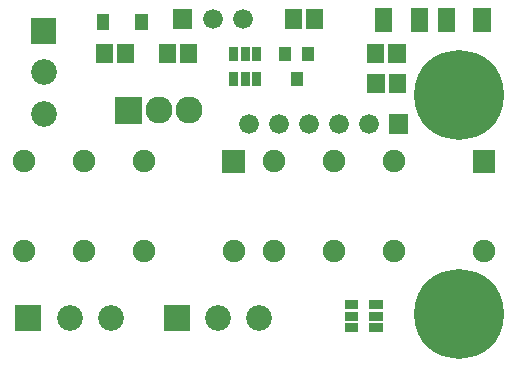
<source format=gbr>
G04 start of page 5 for group -4063 idx -4063 *
G04 Title: (unknown), componentmask *
G04 Creator: pcb 20110918 *
G04 CreationDate: Tue 05 Feb 2013 02:58:17 AM GMT UTC *
G04 For: railfan *
G04 Format: Gerber/RS-274X *
G04 PCB-Dimensions: 170000 120000 *
G04 PCB-Coordinate-Origin: lower left *
%MOIN*%
%FSLAX25Y25*%
%LNTOPMASK*%
%ADD58R,0.0420X0.0420*%
%ADD57R,0.0572X0.0572*%
%ADD56R,0.0300X0.0300*%
%ADD55R,0.0400X0.0400*%
%ADD54C,0.2997*%
%ADD53C,0.0750*%
%ADD52C,0.0860*%
%ADD51C,0.0900*%
%ADD50C,0.0660*%
%ADD49C,0.0001*%
G54D49*G36*
X57700Y117800D02*Y111200D01*
X64300D01*
Y117800D01*
X57700D01*
G37*
G54D50*X71000Y114500D03*
X81000D03*
G54D49*G36*
X10373Y114745D02*Y106145D01*
X18973D01*
Y114745D01*
X10373D01*
G37*
G54D51*X63000Y84000D03*
X53000D03*
G54D49*G36*
X38500Y88500D02*Y79500D01*
X47500D01*
Y88500D01*
X38500D01*
G37*
G54D52*X14673Y96665D03*
Y82886D03*
G54D53*X48000Y67000D03*
X28000D03*
X8000D03*
G54D49*G36*
X54755Y18973D02*Y10373D01*
X63355D01*
Y18973D01*
X54755D01*
G37*
G54D52*X72835Y14673D03*
X86614D03*
G54D54*X153000Y16000D03*
G54D53*X91500Y37000D03*
X8000D03*
X28000D03*
X48000D03*
X78000D03*
X111500D03*
X131500D03*
X161500D03*
G54D49*G36*
X5255Y18973D02*Y10373D01*
X13855D01*
Y18973D01*
X5255D01*
G37*
G54D52*X23335Y14673D03*
X37114D03*
G54D54*X153000Y89000D03*
G54D49*G36*
X129700Y82800D02*Y76200D01*
X136300D01*
Y82800D01*
X129700D01*
G37*
G36*
X157750Y70750D02*Y63250D01*
X165250D01*
Y70750D01*
X157750D01*
G37*
G54D53*X131500Y67000D03*
G54D50*X123000Y79500D03*
X113000D03*
G54D53*X111500Y67000D03*
G54D50*X103000Y79500D03*
X93000D03*
X83000D03*
G54D53*X91500Y67000D03*
G54D49*G36*
X74250Y70750D02*Y63250D01*
X81750D01*
Y70750D01*
X74250D01*
G37*
G54D55*X102900Y103000D02*Y102400D01*
X95100Y103000D02*Y102400D01*
X99000Y94800D02*Y94200D01*
G54D56*X81900Y95300D02*Y93700D01*
X85800Y95300D02*Y93700D01*
Y103500D02*Y101900D01*
X81900Y103500D02*Y101900D01*
X78000Y103500D02*Y101900D01*
G54D57*X105043Y114893D02*Y114107D01*
X97957Y114893D02*Y114107D01*
X149000Y115181D02*Y112819D01*
X160810Y115181D02*Y112819D01*
X139862Y115181D02*Y112819D01*
X128052Y115181D02*Y112819D01*
X132586Y93393D02*Y92607D01*
X125500Y93393D02*Y92607D01*
X132500Y103393D02*Y102607D01*
X125414Y103393D02*Y102607D01*
X63000Y103393D02*Y102607D01*
X55914Y103393D02*Y102607D01*
G54D58*X47400Y114100D02*Y112900D01*
X34500Y114100D02*Y112900D01*
G54D57*X42043Y103393D02*Y102607D01*
X34957Y103393D02*Y102607D01*
G54D56*X78000Y95300D02*Y93700D01*
X124700Y11500D02*X126300D01*
X124700Y15400D02*X126300D01*
X124700Y19300D02*X126300D01*
X116500D02*X118100D01*
X116500Y15400D02*X118100D01*
X116500Y11500D02*X118100D01*
M02*

</source>
